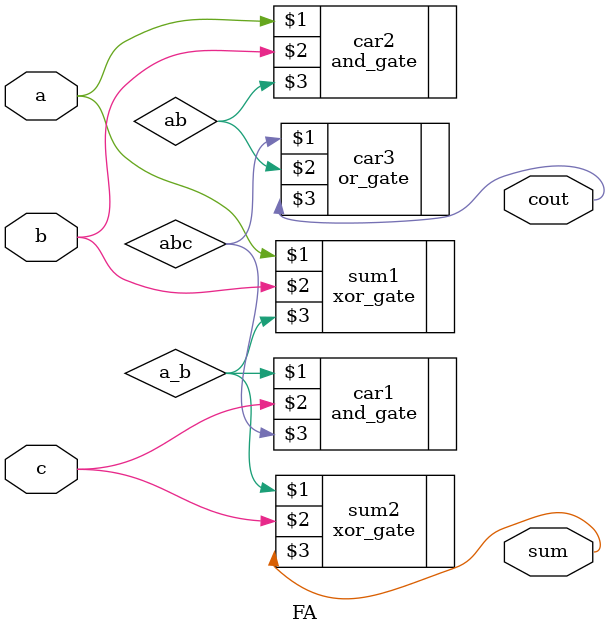
<source format=sv>
`include "../and/and.sv"
`include "../or/or.sv"
`include "../xor/xor.sv"

module FA(input a,b,c,output reg sum,cout);
	wire ab,abc,a_b;
	xor_gate sum1(a,b,a_b);
	xor_gate sum2(a_b,c,sum);
	and_gate car1(a_b,c,abc);
	and_gate car2(a,b,ab);
	or_gate car3(abc,ab,cout);
endmodule
	
	

</source>
